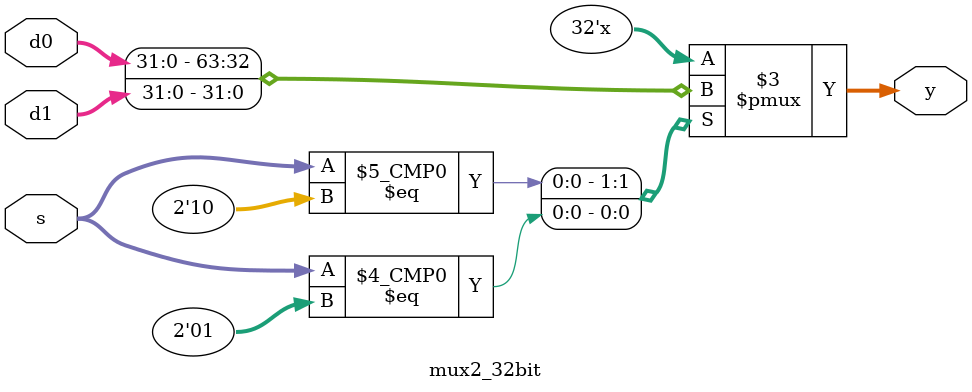
<source format=v>
module mux2_32bit(d0, d1, s, y);		//2input 32bit mux
	input [31:0] d0, d1;			// 32bits 2inputs
	input [1:0] s;					//	 select signal
	output [31:0] y;				// 32bits output
	reg [31:0] y;					// 32bits reg
	
	always @(d0, d1, s)	
	begin
		case(s)						
			2'b10		:	y <= d0;			// when M0_grant
			2'b01		:	y <= d1;			// when M1_grant
			default	:	y <= 32'bx;		// when default, unknown
		endcase
	end
endmodule

</source>
